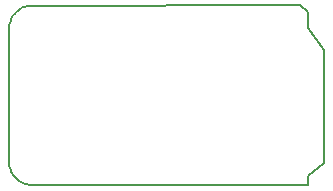
<source format=gbr>
G04 #@! TF.GenerationSoftware,KiCad,Pcbnew,(5.0.0)*
G04 #@! TF.CreationDate,2018-09-11T18:50:04-05:00*
G04 #@! TF.ProjectId,mini-attinyuino,6D696E692D617474696E7975696E6F2E,1.0*
G04 #@! TF.SameCoordinates,Original*
G04 #@! TF.FileFunction,Profile,NP*
%FSLAX46Y46*%
G04 Gerber Fmt 4.6, Leading zero omitted, Abs format (unit mm)*
G04 Created by KiCad (PCBNEW (5.0.0)) date 09/11/18 18:50:04*
%MOMM*%
%LPD*%
G01*
G04 APERTURE LIST*
%ADD10C,0.200000*%
G04 APERTURE END LIST*
D10*
X141860399Y-101145513D02*
X141860399Y-100345513D01*
X116882095Y-86758360D02*
X116988310Y-86619938D01*
X117373246Y-86267209D02*
X117520399Y-86173462D01*
X141860399Y-87810513D02*
X141860399Y-86505513D01*
X117675162Y-86092897D02*
X117836359Y-86026128D01*
X116550783Y-99492809D02*
X116588547Y-99663151D01*
X116588547Y-99663151D02*
X116641014Y-99829553D01*
X117675162Y-100958129D02*
X117836359Y-101024898D01*
X117234824Y-100677602D02*
X117373246Y-100783817D01*
X141860399Y-101145513D02*
X118173103Y-101115129D01*
X116528010Y-87731202D02*
X116550783Y-87558217D01*
X117106185Y-100559727D02*
X117234824Y-100677602D01*
X116641014Y-99829553D02*
X116707783Y-99990750D01*
X116550783Y-87558217D02*
X116588547Y-87387875D01*
X116520399Y-87905513D02*
X116528010Y-87731202D01*
X141860399Y-100345513D02*
X143160399Y-99240513D01*
X116707783Y-99990750D02*
X116788348Y-100145513D01*
X118002761Y-101077365D02*
X118173103Y-101115129D01*
X141860399Y-86505513D02*
X141170399Y-85905513D01*
X116707783Y-87060276D02*
X116788348Y-86905513D01*
X117836359Y-86026128D02*
X118002761Y-85973661D01*
X141170399Y-85905513D02*
X118173103Y-85935897D01*
X116988310Y-86619938D02*
X117106185Y-86491299D01*
X117234824Y-86373424D02*
X117373246Y-86267209D01*
X117520399Y-86173462D02*
X117675162Y-86092897D01*
X143160399Y-99240513D02*
X143160399Y-89710513D01*
X118002761Y-85973661D02*
X118173103Y-85935897D01*
X116641014Y-87221473D02*
X116707783Y-87060276D01*
X117106185Y-86491299D02*
X117234824Y-86373424D01*
X116788348Y-86905513D02*
X116882095Y-86758360D01*
X143160399Y-89710513D02*
X141860399Y-87810513D01*
X116788348Y-100145513D02*
X116882095Y-100292666D01*
X117520399Y-100877564D02*
X117675162Y-100958129D01*
X116520399Y-87905513D02*
X116520399Y-99145513D01*
X116882095Y-100292666D02*
X116988310Y-100431088D01*
X116528010Y-99319824D02*
X116550783Y-99492809D01*
X117373246Y-100783817D02*
X117520399Y-100877564D01*
X116988310Y-100431088D02*
X117106185Y-100559727D01*
X116520399Y-99145513D02*
X116528010Y-99319824D01*
X116588547Y-87387875D02*
X116641014Y-87221473D01*
X117836359Y-101024898D02*
X118002761Y-101077365D01*
M02*

</source>
